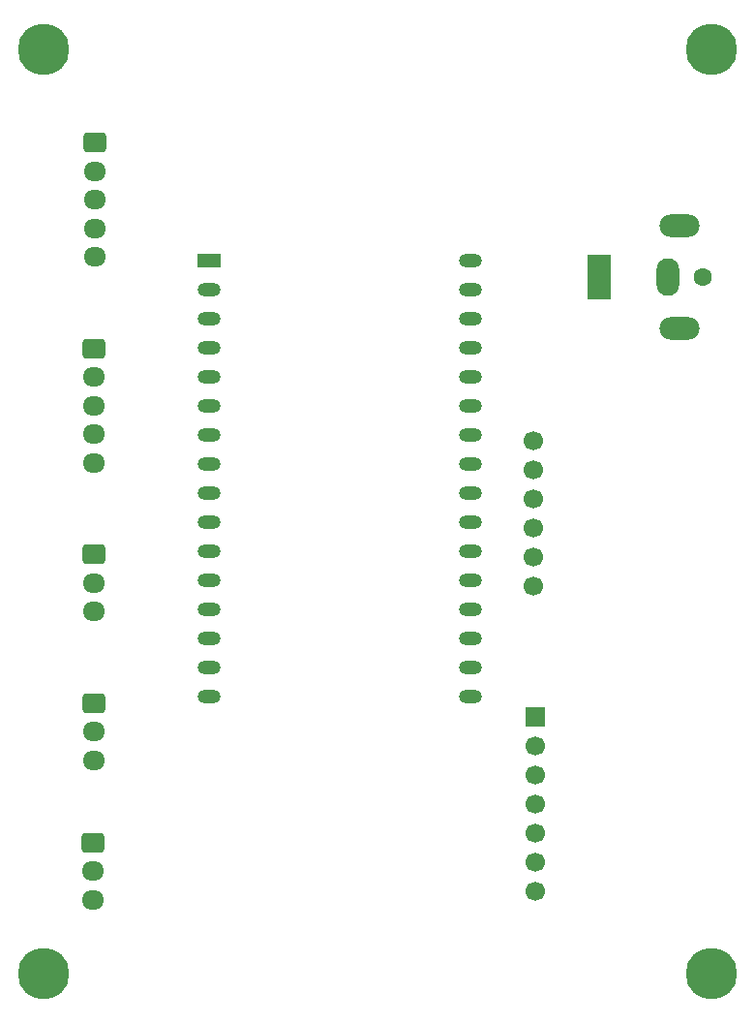
<source format=gbs>
%TF.GenerationSoftware,KiCad,Pcbnew,9.0.7*%
%TF.CreationDate,2026-02-19T22:53:12-05:00*%
%TF.ProjectId,ESP32-Adapter,45535033-322d-4416-9461-707465722e6b,rev?*%
%TF.SameCoordinates,Original*%
%TF.FileFunction,Soldermask,Bot*%
%TF.FilePolarity,Negative*%
%FSLAX46Y46*%
G04 Gerber Fmt 4.6, Leading zero omitted, Abs format (unit mm)*
G04 Created by KiCad (PCBNEW 9.0.7) date 2026-02-19 22:53:12*
%MOMM*%
%LPD*%
G01*
G04 APERTURE LIST*
G04 Aperture macros list*
%AMRoundRect*
0 Rectangle with rounded corners*
0 $1 Rounding radius*
0 $2 $3 $4 $5 $6 $7 $8 $9 X,Y pos of 4 corners*
0 Add a 4 corners polygon primitive as box body*
4,1,4,$2,$3,$4,$5,$6,$7,$8,$9,$2,$3,0*
0 Add four circle primitives for the rounded corners*
1,1,$1+$1,$2,$3*
1,1,$1+$1,$4,$5*
1,1,$1+$1,$6,$7*
1,1,$1+$1,$8,$9*
0 Add four rect primitives between the rounded corners*
20,1,$1+$1,$2,$3,$4,$5,0*
20,1,$1+$1,$4,$5,$6,$7,0*
20,1,$1+$1,$6,$7,$8,$9,0*
20,1,$1+$1,$8,$9,$2,$3,0*%
G04 Aperture macros list end*
%ADD10C,1.700000*%
%ADD11RoundRect,0.250000X-0.725000X0.600000X-0.725000X-0.600000X0.725000X-0.600000X0.725000X0.600000X0*%
%ADD12O,1.950000X1.700000*%
%ADD13C,4.500000*%
%ADD14R,1.700000X1.700000*%
%ADD15R,2.000000X1.200000*%
%ADD16O,2.000000X1.200000*%
%ADD17C,1.600000*%
%ADD18R,2.000000X4.000000*%
%ADD19O,2.000000X3.300000*%
%ADD20O,3.500000X2.000000*%
G04 APERTURE END LIST*
D10*
%TO.C,U4*%
X123610900Y-68600000D03*
X123610900Y-71140000D03*
X123610900Y-73680000D03*
X123610900Y-76220000D03*
X123610900Y-78760000D03*
X123610900Y-81300000D03*
%TD*%
D11*
%TO.C,Analog 1*%
X85130900Y-78570000D03*
D12*
X85130900Y-81070000D03*
X85130900Y-83570000D03*
%TD*%
D13*
%TO.C,REF\u002A\u002A*%
X139180900Y-34440000D03*
%TD*%
D11*
%TO.C,WS2812 LED*%
X85070900Y-103750000D03*
D12*
X85070900Y-106250000D03*
X85070900Y-108750000D03*
%TD*%
D13*
%TO.C,*%
X80770900Y-115220000D03*
%TD*%
%TO.C,REF\u002A\u002A*%
X139180900Y-115220000D03*
%TD*%
D14*
%TO.C,U3*%
X123760900Y-92750000D03*
D10*
X123760900Y-95290000D03*
X123760900Y-97830000D03*
X123760900Y-100370000D03*
X123760900Y-102910000D03*
X123760900Y-105450000D03*
X123760900Y-107990000D03*
%TD*%
D11*
%TO.C,Encoder 1*%
X85130900Y-60570000D03*
D12*
X85130900Y-63070000D03*
X85130900Y-65570000D03*
X85130900Y-68070000D03*
X85130900Y-70570000D03*
%TD*%
D15*
%TO.C,U1*%
X95237700Y-52850320D03*
D16*
X95237700Y-55390320D03*
X95237700Y-57930320D03*
X95237700Y-60470320D03*
X95237700Y-63010320D03*
X95237700Y-65550320D03*
X95237700Y-68090320D03*
X95237700Y-70630320D03*
X95237700Y-73170320D03*
X95237700Y-75710320D03*
X95237700Y-78250320D03*
X95237700Y-80790320D03*
X95237700Y-83330320D03*
X95237700Y-85870320D03*
X95237700Y-88410320D03*
X95237700Y-90950320D03*
X118097700Y-90950320D03*
X118097700Y-88410320D03*
X118097700Y-85870320D03*
X118097700Y-83330320D03*
X118097700Y-80790320D03*
X118097700Y-78250320D03*
X118097700Y-75710320D03*
X118097700Y-73170320D03*
X118097700Y-70630320D03*
X118097700Y-68090320D03*
X118097700Y-65550320D03*
X118097700Y-63010320D03*
X118097700Y-60470320D03*
X118097700Y-57930320D03*
X118097700Y-55390320D03*
X118097700Y-52850320D03*
%TD*%
D11*
%TO.C,Encoder 2*%
X85230900Y-42570000D03*
D12*
X85230900Y-45070000D03*
X85230900Y-47570000D03*
X85230900Y-50070000D03*
X85230900Y-52570000D03*
%TD*%
D11*
%TO.C,Analog 2*%
X85130900Y-91570000D03*
D12*
X85130900Y-94070000D03*
X85130900Y-96570000D03*
%TD*%
D17*
%TO.C,J10*%
X138390900Y-54330000D03*
D18*
X129390900Y-54330000D03*
D19*
X135390900Y-54330000D03*
D20*
X136390900Y-58830000D03*
X136390900Y-49830000D03*
%TD*%
D13*
%TO.C,*%
X80770900Y-34440000D03*
%TD*%
M02*

</source>
